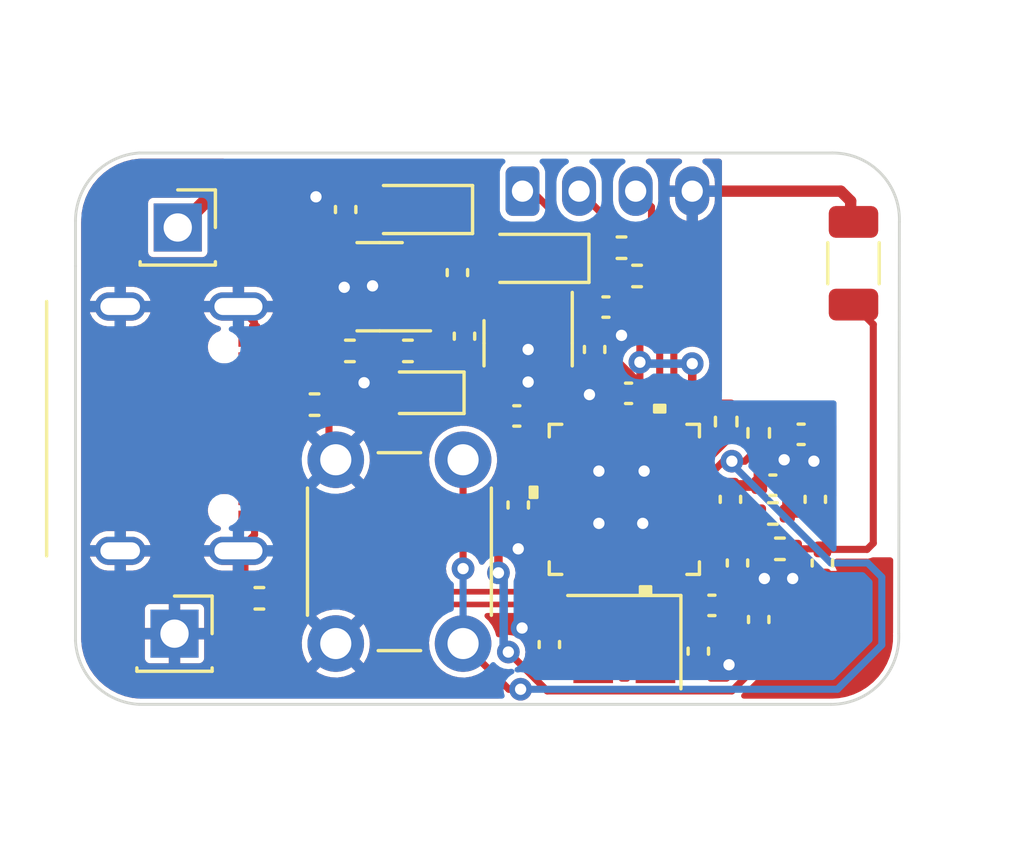
<source format=kicad_pcb>
(kicad_pcb (version 20211014) (generator pcbnew)
  (layers (0 "F.Cu" signal) (31 "B.Cu" power) (34 "B.Paste" user) (35 "F.Paste" user) (36 "B.SilkS" user "B.Silkscreen") (37 "F.SilkS" user "F.Silkscreen") (38 "B.Mask" user) (39 "F.Mask" user) (44 "Edge.Cuts" user))
  (net 0 "")
  (net 1 "GND")
  (net 2 "EXTI")
  (net 3 "Net-(C10-Pad1)")
  (net 4 "Net-(AE1-Pad1)")
  (net 5 "Net-(C6-Pad1)")
  (net 6 "Net-(C7-Pad2)")
  (net 7 "VCC")
  (net 8 "+BATT")
  (net 9 "Net-(R4-Pad2)")
  (net 10 "Net-(C13-Pad1)")
  (net 11 "Net-(C16-Pad1)")
  (net 12 "Net-(C17-Pad1)")
  (net 13 "+3.3V")
  (net 14 "Net-(D1-Pad1)")
  (net 15 "Net-(R2-Pad1)")
  (net 16 "Net-(R3-Pad1)")
  (net 17 "CHIP_EN")
  (net 18 "USB_D+")
  (net 19 "USB_D-")
  (net 22 "Net-(R5-Pad1)")
  (net 23 "MCU_SCL")
  (net 39 "MCU_SDA")
  (footprint "Capacitor_SMD:C_0402_1005Metric" (layer "F.Cu") (at 112.25 68.45)
    (fp_text reference "C10" hide)
    (fp_text value "1u_0402_X5R_25V")
    (pad "1" smd roundrect (at -0.48 0) (size 0.56 0.62) (layers "F.Cu" "F.Paste" "F.Mask") (net 3 "Net-(C10-Pad1)"))
    (pad "2" smd roundrect (at 0.48 0) (size 0.56 0.62) (layers "F.Cu" "F.Paste" "F.Mask") (net 1 "GND"))
  )
  (footprint "Capacitor_SMD:C_0402_1005Metric" (layer "F.Cu") (at 119.9 77.5 -90)
    (fp_text reference "C3" hide)
    (fp_text value "3p3_0402_C0G_50V")
    (pad "1" smd roundrect (at -0.48 0 270) (size 0.56 0.62) (layers "F.Cu" "F.Paste" "F.Mask") (net 4 "Net-(AE1-Pad1)"))
    (pad "2" smd roundrect (at 0.48 0 270) (size 0.56 0.62) (layers "F.Cu" "F.Paste" "F.Mask") (net 1 "GND"))
  )
  (footprint "Resistor_SMD:R_0402_1005Metric" (layer "F.Cu") (at 100 78.75 180)
    (fp_text reference "R3" hide)
    (fp_text value "5k1_0402")
    (pad "1" smd roundrect (at -0.51 0 180) (size 0.54 0.64) (layers "F.Cu" "F.Paste" "F.Mask") (net 16 "Net-(R3-Pad1)"))
    (pad "2" smd roundrect (at 0.51 0 180) (size 0.54 0.64) (layers "F.Cu" "F.Paste" "F.Mask") (net 1 "GND"))
  )
  (footprint "Capacitor_SMD:C_0402_1005Metric" (layer "F.Cu") (at 115.995 79)
    (fp_text reference "C12" hide)
    (fp_text value "10n_0402_X7R_50V")
    (pad "1" smd roundrect (at -0.48 0) (size 0.56 0.62) (layers "F.Cu" "F.Paste" "F.Mask") (net 13 "+3.3V"))
    (pad "2" smd roundrect (at 0.48 0) (size 0.56 0.62) (layers "F.Cu" "F.Paste" "F.Mask") (net 1 "GND"))
  )
  (footprint "Capacitor_SMD:C_0402_1005Metric" (layer "F.Cu") (at 113.05 71.5)
    (fp_text reference "C5" hide)
    (fp_text value "100n_0402_X7R_16V")
    (pad "1" smd roundrect (at -0.48 0) (size 0.56 0.62) (layers "F.Cu" "F.Paste" "F.Mask") (net 1 "GND"))
    (pad "2" smd roundrect (at 0.48 0) (size 0.56 0.62) (layers "F.Cu" "F.Paste" "F.Mask") (net 13 "+3.3V"))
  )
  (footprint "Package_TO_SOT_SMD:SOT-23-5" (layer "F.Cu") (at 109.5 69.73 -90)
    (fp_text reference "U4" hide)
    (fp_text value "RS3236-3.3YF5")
    (pad "1" smd roundrect (at -1.1375 -0.95 270) (size 1.325 0.6) (layers "F.Cu" "F.Paste" "F.Mask") (net 3 "Net-(C10-Pad1)"))
    (pad "2" smd roundrect (at -1.1375 0 270) (size 1.325 0.6) (layers "F.Cu" "F.Paste" "F.Mask") (net 1 "GND"))
    (pad "3" smd roundrect (at -1.1375 0.95 270) (size 1.325 0.6) (layers "F.Cu" "F.Paste" "F.Mask") (net 3 "Net-(C10-Pad1)"))
    (pad "4" smd roundrect (at 1.1375 0.95 270) (size 1.325 0.6) (layers "F.Cu" "F.Paste" "F.Mask") (net 10 "Net-(C13-Pad1)"))
    (pad "5" smd roundrect (at 1.1375 -0.95 270) (size 1.325 0.6) (layers "F.Cu" "F.Paste" "F.Mask") (net 13 "+3.3V"))
  )
  (footprint "Connector_JST:JST_PH_B4B-PH-K_1x04_P2.00mm_Vertical" (layer "F.Cu") (at 109.3 64.35)
    (fp_text reference "X1" hide)
    (fp_text value "DPS_I2C")
    (pad "1" thru_hole roundrect (at 0 0) (size 1.2 1.75) (drill 0.75) (layers *.Cu *.Mask) (roundrect_rratio 0.208333) (net 13 "+3.3V"))
    (pad "2" thru_hole oval (at 2 0) (size 1.2 1.75) (drill 0.75) (layers *.Cu *.Mask) (net 39 "MCU_SDA"))
    (pad "3" thru_hole oval (at 4 0) (size 1.2 1.75) (drill 0.75) (layers *.Cu *.Mask) (net 23 "MCU_SCL"))
    (pad "4" thru_hole oval (at 6 0) (size 1.2 1.75) (drill 0.75) (layers *.Cu *.Mask) (net 1 "GND"))
  )
  (footprint "Capacitor_SMD:C_0402_1005Metric" (layer "F.Cu") (at 119.65 75.25 -90)
    (fp_text reference "C4" hide)
    (fp_text value "100n_0402_X7R_16V")
    (pad "1" smd roundrect (at -0.48 0 270) (size 0.56 0.62) (layers "F.Cu" "F.Paste" "F.Mask") (net 1 "GND"))
    (pad "2" smd roundrect (at 0.48 0 270) (size 0.56 0.62) (layers "F.Cu" "F.Paste" "F.Mask") (net 13 "+3.3V"))
  )
  (footprint "Button_Switch_THT:SW_PUSH_6mm_H5mm" (layer "F.Cu") (at 102.7 80.35 90)
    (fp_text reference "SW1" hide)
    (fp_text value "TAK_6mm_THT")
    (pad "1" thru_hole circle (at 0 0 180) (size 2 2) (drill 1.1) (layers *.Cu *.Mask) (net 1 "GND"))
    (pad "1" thru_hole circle (at 6.5 0 180) (size 2 2) (drill 1.1) (layers *.Cu *.Mask) (net 1 "GND"))
    (pad "2" thru_hole circle (at 0 4.5 180) (size 2 2) (drill 1.1) (layers *.Cu *.Mask) (net 2 "EXTI"))
    (pad "2" thru_hole circle (at 6.5 4.5 180) (size 2 2) (drill 1.1) (layers *.Cu *.Mask) (net 2 "EXTI"))
  )
  (footprint "Connector_PinSocket_2.54mm:PinSocket_1x01_P2.54mm_Vertical" (layer "F.Cu") (at 97 80)
    (fp_text reference "J2" hide)
    (fp_text value "BattConn-")
    (pad "1" thru_hole rect (at 0 0) (size 1.7 1.7) (drill 1) (layers *.Cu *.Mask) (net 1 "GND"))
  )
  (footprint "Capacitor_SMD:C_0402_1005Metric" (layer "F.Cu") (at 115.515 80.62 -90)
    (fp_text reference "C16" hide)
    (fp_text value "10p_0402_C0G_50V")
    (pad "1" smd roundrect (at -0.48 0 270) (size 0.56 0.62) (layers "F.Cu" "F.Paste" "F.Mask") (net 11 "Net-(C16-Pad1)"))
    (pad "2" smd roundrect (at 0.48 0 270) (size 0.56 0.62) (layers "F.Cu" "F.Paste" "F.Mask") (net 1 "GND"))
  )
  (footprint "Resistor_SMD:R_1206_3216Metric" (layer "F.Cu") (at 121 66.9 90)
    (fp_text reference "AE1" hide)
    (fp_text value "KH-3216-H0209")
    (pad "1" smd roundrect (at -1.4625 0 90) (size 1.125 1.75) (layers "F.Cu" "F.Paste" "F.Mask") (roundrect_rratio 0.222222) (net 4 "Net-(AE1-Pad1)"))
    (pad "2" smd roundrect (at 1.4625 0 90) (size 1.125 1.75) (layers "F.Cu" "F.Paste" "F.Mask") (roundrect_rratio 0.222222) (net 1 "GND"))
  )
  (footprint "LED_SMD:LED_0603_1608Metric" (layer "F.Cu") (at 105.75 71.48 180)
    (fp_text reference "D1" hide)
    (fp_text value "0603_RED")
    (pad "1" smd roundrect (at -0.7875 0 180) (size 0.875 0.95) (layers "F.Cu" "F.Paste" "F.Mask") (net 14 "Net-(D1-Pad1)"))
    (pad "2" smd roundrect (at 0.7875 0 180) (size 0.875 0.95) (layers "F.Cu" "F.Paste" "F.Mask") (net 7 "VCC"))
  )
  (footprint "Resistor_SMD:R_0402_1005Metric" (layer "F.Cu") (at 105.25 70 180)
    (fp_text reference "R4" hide)
    (fp_text value "3k3_0402")
    (pad "1" smd roundrect (at -0.51 0 180) (size 0.54 0.64) (layers "F.Cu" "F.Paste" "F.Mask") (net 14 "Net-(D1-Pad1)"))
    (pad "2" smd roundrect (at 0.51 0 180) (size 0.54 0.64) (layers "F.Cu" "F.Paste" "F.Mask") (net 9 "Net-(R4-Pad2)"))
  )
  (footprint "Capacitor_SMD:C_0402_1005Metric" (layer "F.Cu") (at 109.15 75.45 -90)
    (fp_text reference "C11" hide)
    (fp_text value "100n_0402_X7R_16V")
    (pad "1" smd roundrect (at -0.48 0 270) (size 0.56 0.62) (layers "F.Cu" "F.Paste" "F.Mask") (net 13 "+3.3V"))
    (pad "2" smd roundrect (at 0.48 0 270) (size 0.56 0.62) (layers "F.Cu" "F.Paste" "F.Mask") (net 1 "GND"))
  )
  (footprint "Capacitor_SMD:C_0402_1005Metric" (layer "F.Cu") (at 116.9 77.5 -90)
    (fp_text reference "C6" hide)
    (fp_text value "3p3_0402_C0G_50V")
    (pad "1" smd roundrect (at -0.48 0 270) (size 0.56 0.62) (layers "F.Cu" "F.Paste" "F.Mask") (net 5 "Net-(C6-Pad1)"))
    (pad "2" smd roundrect (at 0.48 0 270) (size 0.56 0.62) (layers "F.Cu" "F.Paste" "F.Mask") (net 1 "GND"))
  )
  (footprint "DPSConnector:USB-C-MC-311D" (layer "F.Cu") (at 95.08 72.75 -90)
    (fp_text reference "U1" hide)
    (fp_text value "USB-C-16P-SMD" hide)
    (pad "" np_thru_hole circle (at -2.89 -3.68 270) (size 0.66 0.66) (drill 0.66) (layers F&B.Cu *.Mask))
    (pad "" np_thru_hole circle (at 2.89 -3.68 270) (size 0.66 0.66) (drill 0.66) (layers F&B.Cu *.Mask))
    (pad "A1" smd rect (at -3.2 -4.75 270) (size 0.6 1.14) (layers "F.Cu" "F.Paste" "F.Mask") (net 1 "GND"))
    (pad "A4" smd rect (at -2.4 -4.75 270) (size 0.6 1.14) (layers "F.Cu" "F.Paste" "F.Mask") (net 7 "VCC"))
    (pad "A5" smd rect (at -1.25 -4.75 270) (size 0.3 1.14) (layers "F.Cu" "F.Paste" "F.Mask") (net 15 "Net-(R2-Pad1)"))
    (pad "A6" smd rect (at -0.25 -4.75 270) (size 0.3 1.14) (layers "F.Cu" "F.Paste" "F.Mask") (net 18 "USB_D+"))
    (pad "A7" smd rect (at 0.25 -4.75 270) (size 0.3 1.14) (layers "F.Cu" "F.Paste" "F.Mask") (net 19 "USB_D-"))
    (pad "A8" smd rect (at 1.25 -4.75 270) (size 0.3 1.14) (layers "F.Cu" "F.Paste" "F.Mask"))
    (pad "A9" smd rect (at 2.4 -4.75 270) (size 0.6 1.14) (layers "F.Cu" "F.Paste" "F.Mask") (net 7 "VCC"))
    (pad "A12" smd rect (at 3.2 -4.75 270) (size 0.6 1.14) (layers "F.Cu" "F.Paste" "F.Mask") (net 1 "GND"))
    (pad "B1" smd rect (at 3.2 -4.75 270) (size 0.6 1.14) (layers "F.Cu" "F.Paste" "F.Mask") (net 1 "GND"))
    (pad "B4" smd rect (at 2.4 -4.75 270) (size 0.6 1.14) (layers "F.Cu" "F.Paste" "F.Mask") (net 7 "VCC"))
    (pad "B5" smd rect (at 1.75 -4.75 270) (size 0.3 1.14) (layers "F.Cu" "F.Paste" "F.Mask") (net 16 "Net-(R3-Pad1)"))
    (pad "B6" smd rect (at 0.75 -4.75 270) (size 0.3 1.14) (layers "F.Cu" "F.Paste" "F.Mask") (net 18 "USB_D+"))
    (pad "B7" smd rect (at -0.75 -4.75 270) (size 0.3 1.14) (layers "F.Cu" "F.Paste" "F.Mask") (net 19 "USB_D-"))
    (pad "B8" smd rect (at -1.75 -4.75 270) (size 0.3 1.14) (layers "F.Cu" "F.Paste" "F.Mask"))
    (pad "B9" smd rect (at -2.4 -4.75 270) (size 0.6 1.14) (layers "F.Cu" "F.Paste" "F.Mask") (net 7 "VCC"))
    (pad "B12" smd rect (at -3.2 -4.75 270) (size 0.6 1.14) (layers "F.Cu" "F.Paste" "F.Mask") (net 1 "GND"))
    (pad "S1" thru_hole oval (at -4.32 0 270) (size 1 1.8) (drill oval 0.6 1.4) (layers *.Cu *.Mask) (net 1 "GND"))
    (pad "S1" thru_hole oval (at 4.32 -4.18 270) (size 1 2.1) (drill oval 0.6 1.7) (layers *.Cu *.Mask) (net 1 "GND"))
    (pad "S1" thru_hole oval (at -4.32 -4.18 270) (size 1 2.1) (drill oval 0.6 1.7) (layers *.Cu *.Mask) (net 1 "GND"))
    (pad "S1" thru_hole oval (at 4.32 0 270) (size 1 1.8) (drill oval 0.6 1.4) (layers *.Cu *.Mask) (net 1 "GND"))
  )
  (footprint "Package_TO_SOT_SMD:TSOT-23-5" (layer "F.Cu") (at 104.25 67.73 180)
    (fp_text reference "U2" hide)
    (fp_text value "XT4052K421MR-G")
    (pad "1" smd roundrect (at -1.1375 -0.95 180) (size 1.325 0.6) (layers "F.Cu" "F.Paste" "F.Mask") (net 9 "Net-(R4-Pad2)"))
    (pad "2" smd roundrect (at -1.1375 0 180) (size 1.325 0.6) (layers "F.Cu" "F.Paste" "F.Mask") (net 1 "GND"))
    (pad "3" smd roundrect (at -1.1375 0.95 180) (size 1.325 0.6) (layers "F.Cu" "F.Paste" "F.Mask") (net 8 "+BATT"))
    (pad "4" smd roundrect (at 1.1375 0.95 180) (size 1.325 0.6) (layers "F.Cu" "F.Paste" "F.Mask") (net 7 "VCC"))
    (pad "5" smd roundrect (at 1.1375 -0.95 180) (size 1.325 0.6) (layers "F.Cu" "F.Paste" "F.Mask") (net 22 "Net-(R5-Pad1)"))
  )
  (footprint "Diode_SMD:D_SOD-323_HandSoldering" (layer "F.Cu") (at 105.635 65 180)
    (fp_text reference "D3" hide)
    (fp_text value "1N5819WS(Basic)")
    (pad "1" smd rect (at -1.25 0 180) (size 1 1) (layers "F.Cu" "F.Paste" "F.Mask") (net 3 "Net-(C10-Pad1)"))
    (pad "2" smd rect (at 1.25 0 180) (size 1 1) (layers "F.Cu" "F.Paste" "F.Mask") (net 7 "VCC"))
  )
  (footprint "Capacitor_SMD:C_0402_1005Metric" (layer "F.Cu") (at 119.15 72.95 180)
    (fp_text reference "C1" hide)
    (fp_text value "100n_0402_X7R_16V")
    (pad "1" smd roundrect (at -0.48 0 180) (size 0.56 0.62) (layers "F.Cu" "F.Paste" "F.Mask") (net 1 "GND"))
    (pad "2" smd roundrect (at 0.48 0 180) (size 0.56 0.62) (layers "F.Cu" "F.Paste" "F.Mask") (net 2 "EXTI"))
  )
  (footprint "Resistor_SMD:R_0402_1005Metric" (layer "F.Cu") (at 117.65 72.9 90)
    (fp_text reference "R1" hide)
    (fp_text value "5k1_0402")
    (pad "1" smd roundrect (at -0.51 0 90) (size 0.54 0.64) (layers "F.Cu" "F.Paste" "F.Mask") (net 2 "EXTI"))
    (pad "2" smd roundrect (at 0.51 0 90) (size 0.54 0.64) (layers "F.Cu" "F.Paste" "F.Mask") (net 13 "+3.3V"))
  )
  (footprint "Resistor_SMD:R_0402_1005Metric" (layer "F.Cu") (at 113.35 67.35 180)
    (fp_text reference "R7" hide)
    (fp_text value "5k1_0402")
    (pad "1" smd roundrect (at -0.51 0 180) (size 0.54 0.64) (layers "F.Cu" "F.Paste" "F.Mask") (net 23 "MCU_SCL"))
    (pad "2" smd roundrect (at 0.51 0 180) (size 0.54 0.64) (layers "F.Cu" "F.Paste" "F.Mask") (net 13 "+3.3V"))
  )
  (footprint "Capacitor_SMD:C_0402_1005Metric" (layer "F.Cu") (at 117.65 79.5 90)
    (fp_text reference "C15" hide)
    (fp_text value "1u_0402_X5R_25V")
    (pad "1" smd roundrect (at -0.48 0 90) (size 0.56 0.62) (layers "F.Cu" "F.Paste" "F.Mask") (net 13 "+3.3V"))
    (pad "2" smd roundrect (at 0.48 0 90) (size 0.56 0.62) (layers "F.Cu" "F.Paste" "F.Mask") (net 1 "GND"))
  )
  (footprint "Resistor_SMD:R_0402_1005Metric" (layer "F.Cu") (at 118.4 77 180)
    (fp_text reference "L1" hide)
    (fp_text value "2n2H_0403_500mA")
    (pad "1" smd roundrect (at -0.51 0 180) (size 0.54 0.64) (layers "F.Cu" "F.Paste" "F.Mask") (net 4 "Net-(AE1-Pad1)"))
    (pad "2" smd roundrect (at 0.51 0 180) (size 0.54 0.64) (layers "F.Cu" "F.Paste" "F.Mask") (net 5 "Net-(C6-Pad1)"))
  )
  (footprint "Diode_SMD:D_SOD-323_HandSoldering" (layer "F.Cu") (at 109.75 66.7275 180)
    (fp_text reference "D2" hide)
    (fp_text value "1N5819WS(Basic)")
    (pad "1" smd rect (at -1.25 0 180) (size 1 1) (layers "F.Cu" "F.Paste" "F.Mask") (net 3 "Net-(C10-Pad1)"))
    (pad "2" smd rect (at 1.25 0 180) (size 1 1) (layers "F.Cu" "F.Paste" "F.Mask") (net 8 "+BATT"))
  )
  (footprint "Resistor_SMD:R_0402_1005Metric" (layer "F.Cu") (at 101.95 71.9)
    (fp_text reference "R2" hide)
    (fp_text value "5k1_0402")
    (pad "1" smd roundrect (at -0.51 0) (size 0.54 0.64) (layers "F.Cu" "F.Paste" "F.Mask") (net 15 "Net-(R2-Pad1)"))
    (pad "2" smd roundrect (at 0.51 0) (size 0.54 0.64) (layers "F.Cu" "F.Paste" "F.Mask") (net 1 "GND"))
  )
  (footprint "Resistor_SMD:R_0402_1005Metric" (layer "F.Cu") (at 112.8 66.35 180)
    (fp_text reference "R8" hide)
    (fp_text value "5k1_0402")
    (pad "1" smd roundrect (at -0.51 0 180) (size 0.54 0.64) (layers "F.Cu" "F.Paste" "F.Mask") (net 39 "MCU_SDA"))
    (pad "2" smd roundrect (at 0.51 0 180) (size 0.54 0.64) (layers "F.Cu" "F.Paste" "F.Mask") (net 13 "+3.3V"))
  )
  (footprint "Capacitor_SMD:C_0402_1005Metric" (layer "F.Cu") (at 103.05 65 90)
    (fp_text reference "C8" hide)
    (fp_text value "4u7_0402_X5R_10V")
    (pad "1" smd roundrect (at -0.48 0 90) (size 0.56 0.62) (layers "F.Cu" "F.Paste" "F.Mask") (net 7 "VCC"))
    (pad "2" smd roundrect (at 0.48 0 90) (size 0.56 0.62) (layers "F.Cu" "F.Paste" "F.Mask") (net 1 "GND"))
  )
  (footprint "Resistor_SMD:R_0402_1005Metric" (layer "F.Cu") (at 103.2 70)
    (fp_text reference "R5" hide)
    (fp_text value "3k3_0402")
    (pad "1" smd roundrect (at -0.51 0) (size 0.54 0.64) (layers "F.Cu" "F.Paste" "F.Mask") (net 22 "Net-(R5-Pad1)"))
    (pad "2" smd roundrect (at 0.51 0) (size 0.54 0.64) (layers "F.Cu" "F.Paste" "F.Mask") (net 1 "GND"))
  )
  (footprint "Capacitor_SMD:C_0402_1005Metric" (layer "F.Cu") (at 109.1 72.3 180)
    (fp_text reference "C14" hide)
    (fp_text value "1u_0402_X5R_25V")
    (pad "1" smd roundrect (at -0.48 0 180) (size 0.56 0.62) (layers "F.Cu" "F.Paste" "F.Mask") (net 13 "+3.3V"))
    (pad "2" smd roundrect (at 0.48 0 180) (size 0.56 0.62) (layers "F.Cu" "F.Paste" "F.Mask") (net 1 "GND"))
  )
  (footprint "Capacitor_SMD:C_0402_1005Metric" (layer "F.Cu") (at 107.25 69.48 90)
    (fp_text reference "C13" hide)
    (fp_text value "10n_0402_X7R_50V")
    (pad "1" smd roundrect (at -0.48 0 90) (size 0.56 0.62) (layers "F.Cu" "F.Paste" "F.Mask") (net 10 "Net-(C13-Pad1)"))
    (pad "2" smd roundrect (at 0.48 0 90) (size 0.56 0.62) (layers "F.Cu" "F.Paste" "F.Mask") (net 1 "GND"))
  )
  (footprint "Resistor_SMD:R_0402_1005Metric" (layer "F.Cu") (at 118.15 75.75 180)
    (fp_text reference "L2" hide)
    (fp_text value "2nH_0403_900mA")
    (pad "1" smd roundrect (at -0.51 0 180) (size 0.54 0.64) (layers "F.Cu" "F.Paste" "F.Mask") (net 13 "+3.3V"))
    (pad "2" smd roundrect (at 0.51 0 180) (size 0.54 0.64) (layers "F.Cu" "F.Paste" "F.Mask") (net 6 "Net-(C7-Pad2)"))
  )
  (footprint "Capacitor_SMD:C_0402_1005Metric" (layer "F.Cu") (at 116.65 75.25 -90)
    (fp_text reference "C7" hide)
    (fp_text value "100n_0402_X7R_16V")
    (pad "1" smd roundrect (at -0.48 0 270) (size 0.56 0.62) (layers "F.Cu" "F.Paste" "F.Mask") (net 1 "GND"))
    (pad "2" smd roundrect (at 0.48 0 270) (size 0.56 0.62) (layers "F.Cu" "F.Paste" "F.Mask") (net 6 "Net-(C7-Pad2)"))
  )
  (footprint "ESP32-C3:ESP32-C3" (layer "F.Cu") (at 112.9 75.25 180)
    (fp_text reference "U3" hide)
    (fp_text value "ESP32-C3" hide)
    (pad "1" smd rect locked (at -2.4487 -1.749999 270) (size 0.2548 0.757199) (layers "F.Cu" "F.Paste" "F.Mask") (net 5 "Net-(C6-Pad1)"))
    (pad "2" smd rect locked (at -2.4487 -1.25 270) (size 0.2548 0.757199) (layers "F.Cu" "F.Paste" "F.Mask") (net 6 "Net-(C7-Pad2)"))
    (pad "3" smd rect locked (at -2.4487 -0.750001 270) (size 0.2548 0.757199) (layers "F.Cu" "F.Paste" "F.Mask") (net 6 "Net-(C7-Pad2)"))
    (pad "4" smd rect locked (at -2.4487 -0.25 270) (size 0.2548 0.757199) (layers "F.Cu" "F.Paste" "F.Mask"))
    (pad "5" smd rect locked (at -2.4487 0.25 270) (size 0.2548 0.757199) (layers "F.Cu" "F.Paste" "F.Mask"))
    (pad "6" smd rect locked (at -2.4487 0.750001 270) (size 0.2548 0.757199) (layers "F.Cu" "F.Paste" "F.Mask") (net 2 "EXTI"))
    (pad "7" smd rect locked (at -2.4487 1.25 270) (size 0.2548 0.757199) (layers "F.Cu" "F.Paste" "F.Mask") (net 17 "CHIP_EN"))
    (pad "8" smd rect locked (at -2.4487 1.749999 270) (size 0.2548 0.757199) (layers "F.Cu" "F.Paste" "F.Mask"))
    (pad "9" smd rect locked (at -1.749999 2.4487 180) (size 0.2548 0.757199) (layers "F.Cu" "F.Paste" "F.Mask") (net 23 "MCU_SCL"))
    (pad "10" smd rect locked (at -1.25 2.4487 180) (size 0.2548 0.757199) (layers "F.Cu" "F.Paste" "F.Mask") (net 39 "MCU_SDA"))
    (pad "11" smd rect locked (at -0.750001 2.4487 180) (size 0.2548 0.757199) (layers "F.Cu" "F.Paste" "F.Mask") (net 13 "+3.3V"))
    (pad "12" smd rect locked (at -0.25 2.4487 180) (size 0.2548 0.757199) (layers "F.Cu" "F.Paste" "F.Mask"))
    (pad "13" smd rect locked (at 0.25 2.4487 180) (size 0.2548 0.757199) (layers "F.Cu" "F.Paste" "F.Mask"))
    (pad "14" smd rect locked (at 0.750001 2.4487 180) (size 0.2548 0.757199) (layers "F.Cu" "F.Paste" "F.Mask"))
    (pad "15" smd rect locked (at 1.25 2.4487 180) (size 0.2548 0.757199) (layers "F.Cu" "F.Paste" "F.Mask"))
    (pad "16" smd rect locked (at 1.749999 2.4487 180) (size 0.2548 0.757199) (layers "F.Cu" "F.Paste" "F.Mask"))
    (pad "17" smd rect locked (at 2.4487 1.749999 270) (size 0.2548 0.757199) (layers "F.Cu" "F.Paste" "F.Mask") (net 13 "+3.3V"))
    (pad "18" smd rect locked (at 2.4487 1.25 270) (size 0.2548 0.757199) (layers "F.Cu" "F.Paste" "F.Mask"))
    (pad "19" smd rect locked (at 2.4487 0.750001 270) (size 0.2548 0.757199) (layers "F.Cu" "F.Paste" "F.Mask"))
    (pad "20" smd rect locked (at 2.4487 0.25 270) (size 0.2548 0.757199) (layers "F.Cu" "F.Paste" "F.Mask"))
    (pad "21" smd rect locked (at 2.4487 -0.25 270) (size 0.2548 0.757199) (layers "F.Cu" "F.Paste" "F.Mask"))
    (pad "22" smd rect locked (at 2.4487 -0.750001 270) (size 0.2548 0.757199) (layers "F.Cu" "F.Paste" "F.Mask"))
    (pad "23" smd rect locked (at 2.4487 -1.25 270) (size 0.2548 0.757199) (layers "F.Cu" "F.Paste" "F.Mask"))
    (pad "24" smd rect locked (at 2.4487 -1.749999 270) (size 0.2548 0.757199) (layers "F.Cu" "F.Paste" "F.Mask"))
    (pad "25" smd rect locked (at 1.749999 -2.4487 180) (size 0.2548 0.757199) (layers "F.Cu" "F.Paste" "F.Mask") (net 19 "USB_D-"))
    (pad "26" smd rect locked (at 1.25 -2.4487 180) (size 0.2548 0.757199) (layers "F.Cu" "F.Paste" "F.Mask") (net 18 "USB_D+"))
    (pad "27" smd rect locked (at 0.750001 -2.4487 180) (size 0.2548 0.757199) (layers "F.Cu" "F.Paste" "F.Mask"))
    (pad "28" smd rect locked (at 0.25 -2.4487 180) (size 0.2548 0.757199) (layers "F.Cu" "F.Paste" "F.Mask"))
    (pad "29" smd rect locked (at -0.25 -2.4487 180) (size 0.2548 0.757199) (layers "F.Cu" "F.Paste" "F.Mask") (net 12 "Net-(C17-Pad1)"))
    (pad "30" smd rect locked (at -0.750001 -2.4487 180) (size 0.2548 0.757199) (layers "F.Cu" "F.Paste" "F.Mask") (net 11 "Net-(C16-Pad1)"))
    (pad "31" smd rect locked (at -1.25 -2.4487 180) (size 0.2548 0.757199) (layers "F.Cu" "F.Paste" "F.Mask") (net 13 "+3.3V"))
    (pad "32" smd rect locked (at -1.749999 -2.4487 180) (size 0.2548 0.757199) (layers "F.Cu" "F.Paste" "F.Mask") (net 13 "+3.3V"))
    (pad "33" smd rect locked (at 0 0 180) (size 3.7592 3.7592) (layers "F.Cu" "F.Mask") (net 1 "GND"))
  )
  (footprint "Capacitor_SMD:C_0402_1005Metric" (layer "F.Cu") (at 118.15 74.75)
    (fp_text reference "C2" hide)
    (fp_text value "10u_0402_X5R_6V3")
    (pad "1" smd roundrect (at -0.48 0) (size 0.56 0.62) (layers "F.Cu" "F.Paste" "F.Mask") (net 1 "GND"))
    (pad "2" smd roundrect (at 0.48 0) (size 0.56 0.62) (layers "F.Cu" "F.Paste" "F.Mask") (net 13 "+3.3V"))
  )
  (footprint "Resistor_SMD:R_0402_1005Metric" (layer "F.Cu") (at 116.5 72.5 90)
    (fp_text reference "R6" hide)
    (fp_text value "5k1_0402")
    (pad "1" smd roundrect (at -0.51 0 90) (size 0.54 0.64) (layers "F.Cu" "F.Paste" "F.Mask") (net 17 "CHIP_EN"))
    (pad "2" smd roundrect (at 0.51 0 90) (size 0.54 0.64) (layers "F.Cu" "F.Paste" "F.Mask") (net 13 "+3.3V"))
  )
  (footprint "Capacitor_SMD:C_0402_1005Metric" (layer "F.Cu") (at 107 67.23 -90)
    (fp_text reference "C9" hide)
    (fp_text value "10u_0402_X5R_6V3")
    (pad "1" smd roundrect (at -0.48 0 270) (size 0.56 0.62) (layers "F.Cu" "F.Paste" "F.Mask") (net 8 "+BATT"))
    (pad "2" smd roundrect (at 0.48 0 270) (size 0.56 0.62) (layers "F.Cu" "F.Paste" "F.Mask") (net 1 "GND"))
  )
  (footprint "Crystal:Crystal_SMD_3225-4Pin_3.2x2.5mm" (layer "F.Cu") (at 112.9 80.3 180)
    (fp_text reference "Y1" hide)
    (fp_text value "40MHz_S3240000151040")
    (pad "1" smd rect (at -1.1 0.85 180) (size 1.4 1.2) (layers "F.Cu" "F.Paste" "F.Mask") (net 11 "Net-(C16-Pad1)"))
    (pad "2" smd rect (at 1.1 0.85 180) (size 1.4 1.2) (layers "F.Cu" "F.Paste" "F.Mask") (net 1 "GND"))
    (pad "3" smd rect (at 1.1 -0.85 180) (size 1.4 1.2) (layers "F.Cu" "F.Paste" "F.Mask") (net 12 "Net-(C17-Pad1)"))
    (pad "4" smd rect (at -1.1 -0.85 180) (size 1.4 1.2) (layers "F.Cu" "F.Paste" "F.Mask") (net 1 "GND"))
  )
  (footprint "Connector_PinSocket_2.54mm:PinSocket_1x01_P2.54mm_Vertical" (layer "F.Cu") (at 97.115 65.634999)
    (fp_text reference "J1" hide)
    (fp_text value "BattConn+")
    (pad "1" thru_hole rect (at 0 0) (size 1.7 1.7) (drill 1) (layers *.Cu *.Mask) (net 8 "+BATT"))
  )
  (footprint "Capacitor_SMD:C_0402_1005Metric" (layer "F.Cu") (at 111.85 69.95 90)
    (fp_text reference "C18" hide)
    (fp_text value "1u_0402_X5R_25V")
    (pad "1" smd roundrect (at -0.48 0 90) (size 0.56 0.62) (layers "F.Cu" "F.Paste" "F.Mask") (net 13 "+3.3V"))
    (pad "2" smd roundrect (at 0.48 0 90) (size 0.56 0.62) (layers "F.Cu" "F.Paste" "F.Mask") (net 1 "GND"))
  )
  (footprint "Capacitor_SMD:C_0402_1005Metric" (layer "F.Cu") (at 110.25 80.384999 90)
    (fp_text reference "C17" hide)
    (fp_text value "10p_0402_C0G_50V")
    (pad "1" smd roundrect (at -0.48 0 90) (size 0.56 0.62) (layers "F.Cu" "F.Paste" "F.Mask") (net 12 "Net-(C17-Pad1)"))
    (pad "2" smd roundrect (at 0.48 0 90) (size 0.56 0.62) (layers "F.Cu" "F.Paste" "F.Mask") (net 1 "GND"))
  )
  (gr_arc (start 120.25 63) (mid 121.957301 63.712765) (end 122.620965 65.439746) (layer "Edge.Cuts") (width 0.1))
  (gr_line (start 93.5 67) (end 93.5 65.4) (layer "Edge.Cuts") (width 0.1))
  (gr_line (start 93.5 80.25) (end 93.5 67) (layer "Edge.Cuts") (width 0.1))
  (gr_line (start 122.620965 65.439746) (end 122.6 80) (layer "Edge.Cuts") (width 0.1))
  (gr_line (start 120.2 82.5) (end 95.75 82.5) (layer "Edge.Cuts") (width 0.1))
  (gr_arc (start 122.6 80) (mid 121.935982 81.764543) (end 120.2 82.5) (layer "Edge.Cuts") (width 0.1))
  (gr_arc (start 95.75 82.5) (mid 94.191729 81.808271) (end 93.5 80.25) (layer "Edge.Cuts") (width 0.1))
  (gr_arc (start 93.5 65.4) (mid 94.152781 63.757295) (end 95.75 63) (layer "Edge.Cuts") (width 0.1))
  (gr_line (start 95.75 63) (end 120.25 63) (layer "Edge.Cuts") (width 0.1))
  (segment (start 108.62 72.131751) (end 109.5 71.251751) (width 0.25) (layer "F.Cu") (net 1))
  (segment (start 119.63 73.87) (end 119.63 72.95) (width 0.25) (layer "F.Cu") (net 1))
  (segment (start 106.98 67.73) (end 107 67.71) (width 0.25) (layer "F.Cu") (net 1))
  (segment (start 112.524239 71.545761) (end 112.57 71.5) (width 0.25) (layer "F.Cu") (net 1))
  (segment (start 103.02 64.55) (end 103.05 64.52) (width 0.25) (layer "F.Cu") (net 1))
  (segment (start 103.95 67.75) (end 104 67.7) (width 0.25) (layer "F.Cu") (net 1))
  (segment (start 117.85 78.05) (end 117.85 78.82) (width 0.25) (layer "F.Cu") (net 1))
  (segment (start 117.4 74.77) (end 116.65 74.77) (width 0.25) (layer "F.Cu") (net 1))
  (segment (start 119.6 74.72) (end 119.65 74.77) (width 0.25) (layer "F.Cu") (net 1))
  (segment (start 112.73 69.38) (end 112.8 69.45) (width 0.25) (layer "F.Cu") (net 1))
  (segment (start 118.8 73.6) (end 119 73.6) (width 0.25) (layer "F.Cu") (net 1))
  (segment (start 117.67 74.75) (end 117.67 74.73) (width 0.25) (layer "F.Cu") (net 1))
  (segment (start 109.910001 79.8) (end 110.015 79.904999) (width 0.25) (layer "F.Cu") (net 1))
  (segment (start 111.667183 71.545761) (end 112.524239 71.545761) (width 0.25) (layer "F.Cu") (net 1))
  (segment (start 99.83 76.5) (end 99.26 77.07) (width 0.25) (layer "F.Cu") (net 1))
  (segment (start 102.46 73.96) (end 102.5 74) (width 0.25) (layer "F.Cu") (net 1))
  (segment (start 99.83 69.55) (end 99.83 69) (width 0.25) (layer "F.Cu") (net 1))
  (segment (start 120.9 64.7) (end 120.9 65.3375) (width 0.4) (layer "F.Cu") (net 1))
  (segment (start 116.97 78.05) (end 116.9 77.98) (width 0.25) (layer "F.Cu") (net 1))
  (segment (start 99.83 69) (end 99.26 68.43) (width 0.25) (layer "F.Cu") (net 1))
  (segment (start 110.25 79.904999) (end 111.445001 79.904999) (width 0.25) (layer "F.Cu") (net 1))
  (segment (start 119.83 78.05) (end 119.9 77.98) (width 0.25) (layer "F.Cu") (net 1))
  (segment (start 109.5 69.95) (end 109.5 71.1) (width 0.5) (layer "F.Cu") (net 1))
  (segment (start 120.55 64.35) (end 115.3 64.35) (width 0.4) (layer "F.Cu") (net 1))
  (segment (start 107 68.75) (end 107.25 69) (width 0.25) (layer "F.Cu") (net 1))
  (segment (start 116.6 81.1) (end 115.515 81.1) (width 0.25) (layer "F.Cu") (net 1))
  (segment (start 107 67.71) (end 107 68.75) (width 0.25) (layer "F.Cu") (net 1))
  (segment (start 119.6 73.9) (end 119.6 74.72) (width 0.25) (layer "F.Cu") (net 1))
  (segment (start 109.5 71.251751) (end 109.5 71.1) (width 0.25) (layer "F.Cu") (net 1))
  (segment (start 109.5 68.5925) (end 109.5 69.95) (width 0.5) (layer "F.Cu") (net 1))
  (segment (start 104 67.7) (end 105.3575 67.7) (width 0.5) (layer "F.Cu") (net 1))
  (segment (start 105.3875 67.73) (end 106.98 67.73) (width 0.4) (layer "F.Cu") (net 1))
  (segment (start 116.9 77.98) (end 116.9 78.575) (width 0.25) (layer "F.Cu") (net 1))
  (segment (start 111.85 69.47) (end 112.78 69.47) (width 0.25) (layer "F.Cu") (net 1))
  (segment (start 109.15 77) (end 109.15 75.93) (width 0.25) (layer "F.Cu") (net 1))
  (segment (start 103.7 71.1255) (end 103.7 70.01) (width 0.25) (layer "F.Cu") (net 1))
  (segment (start 108.62 72.35) (end 108.62 72.131751) (width 0.25) (layer "F.Cu") (net 1))
  (segment (start 102.46 71.9) (end 102.46 73.96) (width 0.25) (layer "F.Cu") (net 1))
  (segment (start 117.85 78.82) (end 117.65 79.02) (width 0.25) (layer "F.Cu") (net 1))
  (segment (start 99.49 77.3) (end 99.26 77.07) (width 0.25) (layer "F.Cu") (net 1))
  (segment (start 103 67.75) (end 103.95 67.75) (width 0.5) (layer "F.Cu") (net 1))
  (segment (start 112.78 69.47) (end 112.8 69.45) (width 0.25) (layer "F.Cu") (net 1))
  (segment (start 116.9 78.575) (end 116.475 79) (width 0.25) (layer "F.Cu") (net 1))
  (segment (start 117.85 78.05) (end 116.97 78.05) (width 0.25) (layer "F.Cu") (net 1))
  (segment (start 99.83 75.95) (end 99.83 76.5) (width 0.25) (layer "F.Cu") (net 1))
  (segment (start 112.73 68.45) (end 112.73 69.38) (width 0.25) (layer "F.Cu") (net 1))
  (segment (start 105.3575 67.7) (end 105.3875 67.73) (width 0.25) (layer "F.Cu") (net 1))
  (segment (start 120.9 65.3375) (end 121 65.4375) (width 0.4) (layer "F.Cu") (net 1))
  (segment (start 119.6 73.9) (end 119.63 73.87) (width 0.25) (layer "F.Cu") (net 1))
  (segment (start 109.285 79.8) (end 110.145001 79.8) (width 0.25) (layer "F.Cu") (net 1))
  (segment (start 111.210001 79.904999) (end 111.665 79.45) (width 0.25) (layer "F.Cu") (net 1))
  (segment (start 99.49 78.75) (end 99.49 77.3) (width 0.25) (layer "F.Cu") (net 1))
  (segment (start 117.85 78.05) (end 119.83 78.05) (width 0.25) (layer "F.Cu") (net 1))
  (segment (start 120.9 64.7) (end 120.55 64.35) (width 0.4) (layer "F.Cu") (net 1))
  (segment (start 119 73.6) (end 119.63 72.97) (width 0.25) (layer "F.Cu") (net 1))
  (segment (start 117.67 74.73) (end 118.8 73.6) (width 0.25) (layer "F.Cu") (net 1))
  (segment (start 102 64.55) (end 103.02 64.55) (width 0.25) (layer "F.Cu") (net 1))
  (segment (start 112.75 68.47) (end 112.73 68.45) (width 0.25) (layer "F.Cu") (net 1))
  (segment (start 103.7 70.01) (end 103.71 70) (width 0.25) (layer "F.Cu") (net 1))
  (segment (start 115.515 81.1) (end 113.865 81.1) (width 0.25) (layer "F.Cu") (net 1))
  (segment (start 119.63 72.97) (end 119.63 72.95) (width 0.25) (layer "F.Cu") (net 1))
  (via (at 113.6 74.25) (size 0.8) (drill 0.4) (layers "F.Cu" "B.Cu") (net 1))
  (via (at 118.55 73.85) (size 0.8) (drill 0.4) (layers "F.Cu" "B.Cu") (net 1))
  (via (at 104 67.7) (size 0.8) (drill 0.4) (layers "F.Cu" "B.Cu") (net 1))
  (via (at 112 74.25) (size 0.8) (drill 0.4) (layers "F.Cu" "B.Cu") (net 1))
  (via (at 117.85 78.05) (size 0.8) (drill 0.4) (layers "F.Cu" "B.Cu") (net 1))
  (via (at 112 76.1) (size 0.8) (drill 0.4) (layers "F.Cu" "B.Cu") (net 1))
  (via (at 102 64.55) (size 0.8) (drill 0.4) (layers "F.Cu" "B.Cu") (net 1))
  (via (at 103.7 71.1255) (size 0.8) (drill 0.4) (layers "F.Cu" "B.Cu") (net 1))
  (via (at 109.5 71.1) (size 0.8) (drill 0.4) (layers "F.Cu" "B.Cu") (net 1))
  (via (at 116.6 81.1) (size 0.8) (drill 0.4) (layers "F.Cu" "B.Cu") (net 1))
  (via (at 109.5 69.95) (size 0.8) (drill 0.4) (layers "F.Cu" "B.Cu") (net 1))
  (via (at 111.667183 71.545761) (size 0.8) (drill 0.4) (layers "F.Cu" "B.Cu") (net 1))
  (via (at 109.15 77) (size 0.8) (drill 0.4) (layers "F.Cu" "B.Cu") (net 1))
  (via (at 113.55 76.1) (size 0.8) (drill 0.4) (layers "F.Cu" "B.Cu") (net 1))
  (via (at 109.285 79.8) (size 0.8) (drill 0.4) (layers "F.Cu" "B.Cu") (net 1))
  (via (at 118.85 78.05) (size 0.8) (drill 0.4) (layers "F.Cu" "B.Cu") (net 1))
  (via (at 119.6 73.9) (size 0.8) (drill 0.4) (layers "F.Cu" "B.Cu") (net 1))
  (via (at 103 67.75) (size 0.8) (drill 0.4) (layers "F.Cu" "B.Cu") (net 1))
  (via (at 112.8 69.45) (size 0.8) (drill 0.4) (layers "F.Cu" "B.Cu") (net 1))
  (segment (start 108.816589 81.966589) (end 107.2 80.35) (width 0.25) (layer "F.Cu") (net 2))
  (segment (start 116.7 73.9) (end 117.16 73.9) (width 0.25) (layer "F.Cu") (net 2))
  (segment (start 109.233411 81.966589) (end 108.816589 81.966589) (width 0.25) (layer "F.Cu") (net 2))
  (segment (start 117.16 73.9) (end 117.65 73.41) (width 0.25) (layer "F.Cu") (net 2))
  (segment (start 116.5 73.8) (end 115.800001 74.499999) (width 0.25) (layer "F.Cu") (net 2))
  (segment (start 116.6 73.8) (end 116.5 73.8) (width 0.25) (layer "F.Cu") (net 2))
  (segment (start 107.2 77.7) (end 107.2 73.85) (width 0.25) (layer "F.Cu") (net 2))
  (segment (start 118.67 72.95) (end 118.11 72.95) (width 0.25) (layer "F.Cu") (net 2))
  (segment (start 115.800001 74.499999) (end 115.3487 74.499999) (width 0.25) (layer "F.Cu") (net 2))
  (segment (start 118.11 72.95) (end 117.65 73.41) (width 0.25) (layer "F.Cu") (net 2))
  (segment (start 116.7 73.9) (end 116.6 73.8) (width 0.25) (layer "F.Cu") (net 2))
  (via (at 107.2 77.7) (size 0.8) (drill 0.4) (layers "F.Cu" "B.Cu") (net 2))
  (via (at 109.233411 81.966589) (size 0.8) (drill 0.4) (layers "F.Cu" "B.Cu") (net 2))
  (via (at 116.7 73.9) (size 0.8) (drill 0.4) (layers "F.Cu" "B.Cu") (net 2))
  (segment (start 120.2 77.5) (end 116.7 74) (width 0.25) (layer "B.Cu") (net 2))
  (segment (start 109.233411 81.966589) (end 120.433411 81.966589) (width 0.25) (layer "B.Cu") (net 2))
  (segment (start 122 78) (end 121.5 77.5) (width 0.25) (layer "B.Cu") (net 2))
  (segment (start 121.5 77.5) (end 120.2 77.5) (width 0.25) (layer "B.Cu") (net 2))
  (segment (start 107.2 80.35) (end 107.2 77.7) (width 0.25) (layer "B.Cu") (net 2))
  (segment (start 122 80.4) (end 122 78) (width 0.25) (layer "B.Cu") (net 2))
  (segment (start 116.7 74) (end 116.7 73.9) (width 0.25) (layer "B.Cu") (net 2))
  (segment (start 120.433411 81.966589) (end 122 80.4) (width 0.25) (layer "B.Cu") (net 2))
  (segment (start 110 67.55) (end 110.45 68) (width 0.25) (layer "F.Cu") (net 3))
  (segment (start 110.55 68.4925) (end 110.55 68.15) (width 0.25) (layer "F.Cu") (net 3))
  (segment (start 109.25 67.55) (end 110 67.55) (width 0.25) (layer "F.Cu") (net 3))
  (segment (start 109.8475 65.575) (end 111 66.7275) (width 0.25) (layer "F.Cu") (net 3))
  (segment (start 108.945 67.555) (end 109.22 67.555) (width 0.25) (layer "F.Cu") (net 3))
  (segment (start 107.46 65.575) (end 109.8475 65.575) (width 0.25) (layer "F.Cu") (net 3))
  (segment (start 110.45 68) (end 110.45 68.5925) (width 0.25) (layer "F.Cu") (net 3))
  (segment (start 110.7425 68.3) (end 111.62 68.3) (width 0.25) (layer "F.Cu") (net 3))
  (segment (start 110.45 68.5925) (end 110.55 68.4925) (width 0.25) (layer "F.Cu") (net 3))
  (segment (start 111.62 68.3) (end 111.77 68.45) (width 0.25) (layer "F.Cu") (net 3))
  (segment (start 110.55 68.15) (end 111 67.7) (width 0.25) (layer "F.Cu") (net 3))
  (segment (start 110.45 68.5925) (end 110.7425 68.3) (width 0.25) (layer "F.Cu") (net 3))
  (segment (start 106.885 65) (end 107.46 65.575) (width 0.25) (layer "F.Cu") (net 3))
  (segment (start 108.55 67.95) (end 108.945 67.555) (width 0.25) (layer "F.Cu") (net 3))
  (segment (start 111 67.7) (end 111 66.7275) (width 0.25) (layer "F.Cu") (net 3))
  (segment (start 108.55 68.5925) (end 108.55 67.95) (width 0.25) (layer "F.Cu") (net 3))
  (segment (start 118.91 77) (end 119.88 77) (width 0.25) (layer "F.Cu") (net 4))
  (segment (start 121.48 77.02) (end 121.7 76.8) (width 0.25) (layer "F.Cu") (net 4))
  (segment (start 121.7 69.0625) (end 121 68.3625) (width 0.25) (layer "F.Cu") (net 4))
  (segment (start 119.9 77.02) (end 121.48 77.02) (width 0.25) (layer "F.Cu") (net 4))
  (segment (start 121.7 76.8) (end 121.7 69.0625) (width 0.25) (layer "F.Cu") (net 4))
  (segment (start 119.88 77) (end 119.9 77.02) (width 0.25) (layer "F.Cu") (net 4))
  (segment (start 117.87 77.02) (end 117.89 77) (width 0.25) (layer "F.Cu") (net 5))
  (segment (start 116.879999 76.999999) (end 116.9 77.02) (width 0.25) (layer "F.Cu") (net 5))
  (segment (start 115.3487 76.999999) (end 116.879999 76.999999) (width 0.25) (layer "F.Cu") (net 5))
  (segment (start 116.9 77.02) (end 117.87 77.02) (width 0.25) (layer "F.Cu") (net 5))
  (segment (start 116.379999 76.000001) (end 116.65 75.73) (width 0.25) (layer "F.Cu") (net 6))
  (segment (start 115.3487 76.5) (end 115.3487 76.000001) (width 0.25) (layer "F.Cu") (net 6))
  (segment (start 116.65 75.73) (end 117.62 75.73) (width 0.25) (layer "F.Cu") (net 6))
  (segment (start 115.3487 76.000001) (end 116.379999 76.000001) (width 0.25) (layer "F.Cu") (net 6))
  (segment (start 117.62 75.73) (end 117.64 75.75) (width 0.25) (layer "F.Cu") (net 6))
  (segment (start 104.9625 71.48) (end 104.5925 71.85) (width 0.25) (layer "F.Cu") (net 7))
  (segment (start 98.434999 70.565001) (end 99.052022 70.565001) (width 0.25) (layer "F.Cu") (net 7))
  (segment (start 99.052022 74.934999) (end 98.234999 74.934999) (width 0.25) (layer "F.Cu") (net 7))
  (segment (start 99.052022 70.565001) (end 99.117023 70.5) (width 0.25) (layer "F.Cu") (net 7))
  (segment (start 99.83 70.35) (end 100.7 70.35) (width 0.6) (layer "F.Cu") (net 7))
  (segment (start 103.055 71.524462) (end 101.880538 70.35) (width 0.25) (layer "F.Cu") (net 7))
  (segment (start 98.234999 74.934999) (end 97.85 74.55) (width 0.25) (layer "F.Cu") (net 7))
  (segment (start 104.385 65) (end 103.905 65.48) (width 0.5) (layer "F.Cu") (net 7))
  (segment (start 101.45 67.55) (end 102.22 66.78) (width 0.6) (layer "F.Cu") (net 7))
  (segment (start 99.83 75.15) (end 99.267023 75.15) (width 0.25) (layer "F.Cu") (net 7))
  (segment (start 103.05 65.48) (end 103.05 66.7175) (width 0.5) (layer "F.Cu") (net 7))
  (segment (start 97.85 71.15) (end 98.434999 70.565001) (width 0.25) (layer "F.Cu") (net 7))
  (segment (start 97.85 74.55) (end 97.85 71.15) (width 0.25) (layer "F.Cu") (net 7))
  (segment (start 103.055 71.555) (end 103.055 71.524462) (width 0.25) (layer "F.Cu") (net 7))
  (segment (start 103.35 71.85) (end 103.055 71.555) (width 0.25) (layer "F.Cu") (net 7))
  (segment (start 99.267023 75.15) (end 99.052022 74.934999) (width 0.25) (layer "F.Cu") (net 7))
  (segment (start 103.05 66.7175) (end 103.1125 66.78) (width 0.25) (layer "F.Cu") (net 7))
  (segment (start 101.45 69.6) (end 101.45 67.55) (width 0.6) (layer "F.Cu") (net 7))
  (segment (start 100.7 70.35) (end 101.45 69.6) (width 0.6) (layer "F.Cu") (net 7))
  (segment (start 101.880538 70.35) (end 100.7 70.35) (width 0.25) (layer "F.Cu") (net 7))
  (segment (start 99.117023 70.5) (end 99.25 70.5) (width 0.25) (layer "F.Cu") (net 7))
  (segment (start 103.905 65.48) (end 103.05 65.48) (width 0.5) (layer "F.Cu") (net 7))
  (segment (start 104.5925 71.85) (end 103.35 71.85) (width 0.25) (layer "F.Cu") (net 7))
  (segment (start 102.22 66.78) (end 103.1125 66.78) (width 0.6) (layer "F.Cu") (net 7))
  (segment (start 99.05 63.75) (end 97.165001 65.634999) (width 0.5) (layer "F.Cu") (net 8))
  (segment (start 105.3875 66.78) (end 105.55 66.6175) (width 0.5) (layer "F.Cu") (net 8))
  (segment (start 105.3875 66.78) (end 106.97 66.78) (width 0.5) (layer "F.Cu") (net 8))
  (segment (start 105.55 64.265) (end 105.035 63.75) (width 0.5) (layer "F.Cu") (net 8))
  (segment (start 105.035 63.75) (end 99.05 63.75) (width 0.5) (layer "F.Cu") (net 8))
  (segment (start 105.55 66.6175) (end 105.55 64.265) (width 0.5) (layer "F.Cu") (net 8))
  (segment (start 106.97 66.78) (end 107 66.75) (width 0.25) (layer "F.Cu") (net 8))
  (segment (start 108.45 66.78) (end 108.5 66.73) (width 0.25) (layer "F.Cu") (net 8))
  (segment (start 97.165001 65.634999) (end 97.115 65.634999) (width 0.5) (layer "F.Cu") (net 8))
  (segment (start 106.97 66.78) (end 108.45 66.78) (width 0.5) (layer "F.Cu") (net 8))
  (segment (start 104.74 69.3275) (end 105.3875 68.68) (width 0.25) (layer "F.Cu") (net 9))
  (segment (start 104.74 70) (end 104.74 69.3275) (width 0.25) (layer "F.Cu") (net 9))
  (segment (start 107.6425 69.96) (end 108.55 70.8675) (width 0.25) (layer "F.Cu") (net 10))
  (segment (start 107.25 69.96) (end 107.6425 69.96) (width 0.25) (layer "F.Cu") (net 10))
  (segment (start 114.775 79.4) (end 115.515 80.14) (width 0.25) (layer "F.Cu") (net 11))
  (segment (start 113.865 79.4) (end 114.775 79.4) (width 0.25) (layer "F.Cu") (net 11))
  (segment (start 113.865 79.4) (end 113.85 79.385) (width 0.25) (layer "F.Cu") (net 11))
  (segment (start 113.85 78.402299) (end 113.650001 78.2023) (width 0.25) (layer "F.Cu") (net 11))
  (segment (start 113.650001 78.2023) (end 113.650001 77.6987) (width 0.25) (layer "F.Cu") (net 11))
  (segment (start 113.85 79.385) (end 113.85 78.402299) (width 0.25) (layer "F.Cu") (net 11))
  (segment (start 111.665 81.1) (end 111.9 81.1) (width 0.25) (layer "F.Cu") (net 12))
  (segment (start 112.8 80.2) (end 112.8 78.55) (width 0.25) (layer "F.Cu") (net 12))
  (segment (start 113.15 78.2) (end 113.15 77.6987) (width 0.25) (layer "F.Cu") (net 12))
  (segment (start 112.8 78.55) (end 113.15 78.2) (width 0.25) (layer "F.Cu") (net 12))
  (segment (start 110.25 80.864999) (end 111.664999 80.864999) (width 0.25) (layer "F.Cu") (net 12))
  (segment (start 111.429999 80.864999) (end 111.665 81.1) (width 0.25) (layer "F.Cu") (net 12))
  (segment (start 111.9 81.1) (end 112.8 80.2) (width 0.25) (layer "F.Cu") (net 12))
  (segment (start 109.03 74.97) (end 109.15 74.97) (width 0.25) (layer "F.Cu") (net 13))
  (segment (start 109.08 74.97) (end 109.15 74.97) (width 0.3) (layer "F.Cu") (net 13))
  (segment (start 109.58 72.35) (end 109.58 72.47) (width 0.25) (layer "F.Cu") (net 13))
  (segment (start 113.45 71.42) (end 113.53 71.5) (width 0.25) (layer "F.Cu") (net 13))
  (segment (start 109.519999 73.500001) (end 110.4513 73.500001) (width 0.25) (layer "F.Cu") (net 13))
  (segment (start 116.9 72.39) (end 116.5 71.99) (width 0.3) (layer "F.Cu") (net 13))
  (segment (start 118.31 72.39) (end 116.9 72.39) (width 0.3) (layer "F.Cu") (net 13))
  (segment (start 118.66 75.75) (end 119.63 75.75) (width 0.3) (layer "F.Cu") (net 13))
  (segment (start 109.15 72.9) (end 109.15 73.87) (width 0.25) (layer "F.Cu") (net 13))
  (segment (start 113.650001 72.8013) (end 113.650001 71.620001) (width 0.25) (layer "F.Cu") (net 13))
  (segment (start 112.84 67.35) (end 112.84 67.69) (width 0.25) (layer "F.Cu") (net 13))
  (segment (start 108.45 77.85) (end 108.45 75.6) (width 0.3) (layer "F.Cu") (net 13))
  (segment (start 113.45 70.4) (end 113.45 71.42) (width 0.25) (layer "F.Cu") (net 13))
  (segment (start 111.9425 66.0025) (end 112.29 66.35) (width 0.25) (layer "F.Cu") (net 13))
  (segment (start 118.63 75.72) (end 118.66 75.75) (width 0.3) (layer "F.Cu") (net 13))
  (segment (start 113.45 68.3) (end 113.45 70.4) (width 0.25) (layer "F.Cu") (net 13))
  (segment (start 111.85 70.43) (end 112.73 70.43) (width 0.25) (layer "F.Cu") (net 13))
  (segment (start 115.3 71.2) (end 116.1 72) (width 0.3) (layer "F.Cu") (net 13))
  (segment (start 109.58 72.47) (end 109.15 72.9) (width 0.25) (layer "F.Cu") (net 13))
  (segment (start 110.45 70.8675) (end 111.4125 70.8675) (width 0.25) (layer "F.Cu") (net 13))
  (segment (start 109.689149 64.4) (end 111.291649 66.0025) (width 0.25) (layer "F.Cu") (net 13))
  (segment (start 115.515 79) (end 115.515 79.015) (width 0.25) (layer "F.Cu") (net 13))
  (segment (start 109.15 74.97) (end 109.15 73.87) (width 0.25) (layer "F.Cu") (net 13))
  (segment (start 119.99 72.39) (end 117.65 72.39) (width 0.3) (layer "F.Cu") (net 13))
  (segment (start 116.1 72) (end 116.49 72) (width 0.3) (layer "F.Cu") (net 13))
  (segment (start 115.3 70.45) (end 115.3 71.2) (width 0.3) (layer "F.Cu") (net 13))
  (segment (start 116.49 72) (end 116.5 71.99) (width 0.3) (layer "F.Cu") (net 13))
  (segment (start 111.291649 66.0025) (end 111.9425 66.0025) (width 0.25) (layer "F.Cu") (net 13))
  (segment (start 115.515 79.015) (end 116.48 79.98) (width 0.25) (layer "F.Cu") (net 13))
  (segment (start 120.25 75.13) (end 120.25 72.65) (width 0.3) (layer "F.Cu") (net 13))
  (segment (start 115.515 78.465) (end 115.515 79) (width 0.25) (layer "F.Cu") (net 13))
  (segment (start 110.45 71.48) (end 109.58 72.35) (width 0.25) (layer "F.Cu") (net 13))
  (segment (start 114.15 77.6987) (end 114.649999 77.6987) (width 0.25) (layer "F.Cu") (net 13))
  (segment (start 119.63 75.75) (end 119.65 75.73) (width 0.3) (layer "F.Cu") (net 13))
  (segment (start 114.7487 77.6987) (end 115.515 78.465) (width 0.25) (layer "F.Cu") (net 13))
  (segment (start 112.73 70.43) (end 113.53 71.23) (width 0.25) (layer "F.Cu") (net 13))
  (segment (start 116.700305 82.025) (end 117.65 81.075305) (width 0.25) (layer "F.Cu") (net 13))
  (segment (start 117.65 81.075305) (end 117.65 79.98) (width 0.25) (layer "F.Cu") (net 13))
  (segment (start 120.25 72.65) (end 119.99 72.39) (width 0.3) (layer "F.Cu") (net 13))
  (segment (start 112.84 67.69) (end 113.45 68.3) (width 0.25) (layer "F.Cu") (net 13))
  (segment (start 112.29 66.8) (end 112.84 67.35) (width 0.25) (layer "F.Cu") (net 13))
  (segment (start 108.45 75.6) (end 109.08 74.97) (width 0.3) (layer "F.Cu") (net 13))
  (segment (start 112.29 66.35) (end 112.29 66.8) (width 0.25) (layer "F.Cu") (net 13))
  (segment (start 108.8 80.65) (end 110.175 82.025) (width 0.25) (layer "F.Cu") (net 13))
  (segment (start 116.48 79.98) (end 117.65 79.98) (width 0.25) (layer "F.Cu") (net 13))
  (segment (start 118.63 74.75) (end 118.63 75.72) (width 0.3) (layer "F.Cu") (net 13))
  (segment (start 113.53 71.23) (end 113.53 71.5) (width 0.25) (layer "F.Cu") (net 13))
  (segment (start 110.175 82.025) (end 116.700305 82.025) (width 0.25) (layer "F.Cu") (net 13))
  (segment (start 110.45 70.8675) (end 110.45 71.48) (width 0.25) (layer "F.Cu") (net 13))
  (segment (start 109.15 73.87) (end 109.519999 73.500001) (width 0.25) (layer "F.Cu") (net 13))
  (segment (start 114.649999 77.6987) (end 114.7487 77.6987) (width 0.25) (layer "F.Cu") (net 13))
  (segment (start 113.650001 71.620001) (end 113.53 71.5) (width 0.25) (layer "F.Cu") (net 13))
  (segment (start 119.65 75.73) (end 120.25 75.13) (width 0.3) (layer "F.Cu") (net 13))
  (segment (start 109.3 64.4) (end 109.689149 64.4) (width 0.25) (layer "F.Cu") (net 13))
  (segment (start 111.4125 70.8675) (end 111.85 70.43) (width 0.25) (layer "F.Cu") (net 13))
  (via (at 115.3 70.45) (size 0.8) (drill 0.4) (layers "F.Cu" "B.Cu") (net 13))
  (via (at 108.45 77.85) (size 0.8) (drill 0.4) (layers "F.Cu" "B.Cu") (net 13))
  (via (at 113.45 70.4) (size 0.8) (drill 0.4) (layers "F.Cu" "B.Cu") (net 13))
  (via (at 108.8 80.65) (size 0.8) (drill 0.4) (layers "F.Cu" "B.Cu") (net 13))
  (segment (start 108.635 80.485) (end 108.8 80.65) (width 0.3) (layer "B.Cu") (net 13))
  (segment (start 115.3 70.45) (end 113.5 70.45) (width 0.3) (layer "B.Cu") (net 13))
  (segment (start 108.45 77.85) (end 108.635 78.035) (width 0.3) (layer "B.Cu") (net 13))
  (segment (start 108.635 78.035) (end 108.635 80.485) (width 0.3) (layer "B.Cu") (net 13))
  (segment (start 113.5 70.45) (end 113.45 70.4) (width 0.3) (layer "B.Cu") (net 13))
  (segment (start 106.5375 70.7775) (end 105.76 70) (width 0.25) (layer "F.Cu") (net 14))
  (segment (start 106.5375 71.48) (end 106.5375 70.7775) (width 0.25) (layer "F.Cu") (net 14))
  (segment (start 101.04 71.5) (end 101.44 71.9) (width 0.25) (layer "F.Cu") (net 15))
  (segment (start 99.83 71.5) (end 101.04 71.5) (width 0.25) (layer "F.Cu") (net 15))
  (segment (start 100.37218 74.5) (end 99.83 74.5) (width 0.25) (layer "F.Cu") (net 16))
  (segment (start 100.625 74.75282) (end 100.37218 74.5) (width 0.25) (layer "F.Cu") (net 16))
  (segment (start 100.625 78.635) (end 100.625 74.75282) (width 0.25) (layer "F.Cu") (net 16))
  (segment (start 100.51 78.75) (end 100.625 78.635) (width 0.25) (layer "F.Cu") (net 16))
  (segment (start 116.5 73.2) (end 115.7 74) (width 0.25) (layer "F.Cu") (net 17))
  (segment (start 115.7 74) (end 115.3487 74) (width 0.25) (layer "F.Cu") (net 17))
  (segment (start 116.5 73.01) (end 116.5 73.2) (width 0.25) (layer "F.Cu") (net 17))
  (segment (start 99.2 72.5) (end 99.83 72.5) (width 0.2) (layer "F.Cu") (net 18))
  (segment (start 111.290901 78.277299) (end 110.600621 78.967579) (width 0.2) (layer "F.Cu") (net 18))
  (segment (start 110.600621 78.967579) (end 105.299379 78.967579) (width 0.2) (layer "F.Cu") (net 18))
  (segment (start 111.477401 78.090799) (end 111.477401 78.277299) (width 0.2) (layer "F.Cu") (net 18))
  (segment (start 111.625001 77.943199) (end 111.477401 78.090799) (width 0.2) (layer "F.Cu") (net 18))
  (segment (start 99.21 73.5) (end 99.05 73.34) (width 0.2) (layer "F.Cu") (net 18))
  (segment (start 111.625001 77.723699) (end 111.625001 77.943199) (width 0.2) (layer "F.Cu") (net 18))
  (segment (start 99.05 73.34) (end 99.05 72.65) (width 0.2) (layer "F.Cu") (net 18))
  (segment (start 99.05 72.65) (end 99.2 72.5) (width 0.2) (layer "F.Cu") (net 18))
  (segment (start 99.83 73.5) (end 99.21 73.5) (width 0.2) (layer "F.Cu") (net 18))
  (segment (start 100.75 74.4182) (end 100.75 73.587895) (width 0.2) (layer "F.Cu") (net 18))
  (segment (start 111.477401 78.277299) (end 111.290901 78.277299) (width 0.2) (layer "F.Cu") (net 18))
  (segment (start 111.65 77.6987) (end 111.625001 77.723699) (width 0.2) (layer "F.Cu") (net 18))
  (segment (start 100.75 73.587895) (end 100.612105 73.45) (width 0.2) (layer "F.Cu") (net 18))
  (segment (start 100.612105 73.45) (end 99.8 73.45) (width 0.2) (layer "F.Cu") (net 18))
  (segment (start 105.299379 78.967579) (end 100.75 74.4182) (width 0.2) (layer "F.Cu") (net 18))
  (segment (start 99.8 73.45) (end 99.7909 73.4591) (width 0.2) (layer "F.Cu") (net 18))
  (segment (start 100.7 73.05) (end 99.88 73.05) (width 0.2) (layer "F.Cu") (net 19))
  (segment (start 111.175 77.723699) (end 111.175 77.7568) (width 0.2) (layer "F.Cu") (net 19))
  (segment (start 100.6 72.15) (end 100.6 72.85) (width 0.2) (layer "F.Cu") (net 19))
  (segment (start 99.88 73.05) (end 99.83 73) (width 0.2) (layer "F.Cu") (net 19))
  (segment (start 101.15 73.5) (end 100.7 73.05) (width 0.2) (layer "F.Cu") (net 19))
  (segment (start 99.83 72) (end 100.45 72) (width 0.2) (layer "F.Cu") (net 19))
  (segment (start 100.45 73) (end 99.83 73) (width 0.2) (layer "F.Cu") (net 19))
  (segment (start 110.414221 78.517579) (end 105.485779 78.517579) (width 0.2) (layer "F.Cu") (net 19))
  (segment (start 100.45 72) (end 100.6 72.15) (width 0.2) (layer "F.Cu") (net 19))
  (segment (start 100.6 72.85) (end 100.45 73) (width 0.2) (layer "F.Cu") (net 19))
  (segment (start 111.150001 77.6987) (end 111.175 77.723699) (width 0.2) (layer "F.Cu") (net 19))
  (segment (start 101.15 74.1818) (end 101.15 73.5) (width 0.2) (layer "F.Cu") (net 19))
  (segment (start 111.175 77.7568) (end 110.414221 78.517579) (width 0.2) (layer "F.Cu") (net 19))
  (segment (start 105.485779 78.517579) (end 101.15 74.1818) (width 0.2) (layer "F.Cu") (net 19))
  (segment (start 103.1125 68.68) (end 102.7 69.0925) (width 0.25) (layer "F.Cu") (net 22))
  (segment (start 102.7 69.0925) (end 102.7 69.99) (width 0.25) (layer "F.Cu") (net 22))
  (segment (start 102.7 69.99) (end 102.69 70) (width 0.25) (layer "F.Cu") (net 22))
  (segment (start 113.86 67.35) (end 113.86 64.91) (width 0.25) (layer "F.Cu") (net 23))
  (segment (start 113.86 64.91) (end 113.3 64.35) (width 0.25) (layer "F.Cu") (net 23))
  (segment (start 114.649999 68.139999) (end 114.649999 72.8013) (width 0.25) (layer "F.Cu") (net 23))
  (segment (start 113.86 67.35) (end 114.649999 68.139999) (width 0.25) (layer "F.Cu") (net 23))
  (segment (start 114.15 68.5) (end 114.15 72.8013) (width 0.25) (layer "F.Cu") (net 39))
  (segment (start 113.31 66.35) (end 113.335 66.375) (width 0.25) (layer "F.Cu") (net 39))
  (segment (start 113.335 67.685) (end 114.15 68.5) (width 0.25) (layer "F.Cu") (net 39))
  (segment (start 111.31 64.35) (end 111.3 64.35) (width 0.25) (layer "F.Cu") (net 39))
  (segment (start 113.335 66.375) (end 113.335 67.685) (width 0.25) (layer "F.Cu") (net 39))
  (segment (start 113.31 66.35) (end 111.31 64.35) (width 0.25) (layer "F.Cu") (net 39))
  (zone (net 1) (net_name "GND") (layers F&B.Cu) (connect_pads (clearance 0.2)) (min_thickness 0.2) (fill yes (thermal_gap 0.2) (thermal_bridge_width 0.4))
    (polygon (pts (xy 116.35 66.35) (xy 116.35 66.35) (xy 116.35 71.75) (xy 120.4 71.75) (xy 120.4 77.3) (xy 122.75 77.3) (xy 122.75 82.6) (xy 93.35 82.6) (xy 93.35 62.9) (xy 116.35 62.9)))
  )
  (zone (net 0) (net_name "") (layers F&B.Cu) (connect_pads (clearance 0)) (min_thickness 0.254)
    (keepout (tracks allowed) (vias not_allowed) (pads not_allowed) (copperpour not_allowed) (footprints allowed))
    (fill (thermal_gap 0.508) (thermal_bridge_width 0.508))
    (polygon (pts (xy 122.8 77.3) (xy 120.4 77.3) (xy 120.4 71.45) (xy 116.4 71.4) (xy 116.4 66.35) (xy 116.4 66.35) (xy 116.4 63) (xy 122.8 62.9)))
  )
)
</source>
